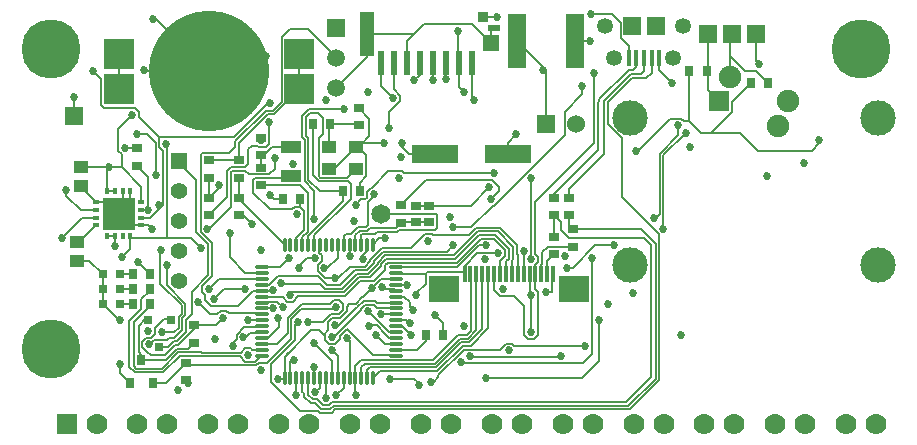
<source format=gbl>
G04*
G04 #@! TF.GenerationSoftware,Altium Limited,CircuitStudio,1.5.2 (1.5.2.30)*
G04*
G04 Layer_Physical_Order=4*
G04 Layer_Color=12500520*
%FSAX24Y24*%
%MOIN*%
G70*
G01*
G75*
%ADD10R,0.0709X0.0394*%
%ADD17R,0.0299X0.0299*%
%ADD19R,0.0315X0.0354*%
%ADD37R,0.0354X0.0315*%
%ADD38R,0.0591X0.0591*%
%ADD39R,0.0315X0.0354*%
%ADD40R,0.0512X0.0394*%
%ADD41R,0.0276X0.0354*%
%ADD42R,0.0354X0.0276*%
%ADD45C,0.0060*%
%ADD46C,0.0080*%
%ADD47C,0.0530*%
%ADD48C,0.0700*%
%ADD49R,0.0700X0.0700*%
%ADD50C,0.0550*%
%ADD51R,0.0550X0.0550*%
%ADD52C,0.1181*%
%ADD53R,0.0650X0.0650*%
%ADD54C,0.0750*%
%ADD55C,0.1969*%
%ADD56C,0.0591*%
%ADD57C,0.0600*%
%ADD58R,0.0600X0.0600*%
%ADD59C,0.0650*%
%ADD60C,0.0270*%
%ADD61R,0.0512X0.0413*%
%ADD62R,0.0157X0.0532*%
%ADD63R,0.0591X0.0610*%
%ADD64O,0.0118X0.0512*%
%ADD65O,0.0512X0.0118*%
%ADD66R,0.1043X0.0906*%
%ADD67R,0.0118X0.0551*%
%ADD68R,0.0591X0.1811*%
%ADD69R,0.0315X0.0315*%
%ADD70R,0.1575X0.0630*%
%ADD71C,0.4016*%
%ADD72R,0.0984X0.0984*%
%ADD73R,0.1063X0.1063*%
%ADD74R,0.0236X0.0118*%
%ADD75R,0.0118X0.0236*%
%ADD76R,0.0374X0.0335*%
%ADD77R,0.0394X0.0236*%
%ADD78R,0.0571X0.0551*%
%ADD79R,0.0472X0.1492*%
%ADD80R,0.0236X0.0787*%
D10*
X019500Y019258D02*
D03*
Y020242D02*
D03*
D17*
X015100Y013548D02*
D03*
X014726Y014450D02*
D03*
X015474D02*
D03*
D19*
X014500Y013144D02*
D03*
X014126Y012356D02*
D03*
X014874D02*
D03*
D37*
X021750Y021526D02*
D03*
Y020974D02*
D03*
X018500Y020526D02*
D03*
Y019974D02*
D03*
X023650Y018276D02*
D03*
Y017724D02*
D03*
X024100Y018276D02*
D03*
Y017724D02*
D03*
D38*
X035000Y024000D02*
D03*
X012250Y021250D02*
D03*
X034200Y024000D02*
D03*
X033400D02*
D03*
X021000Y024200D02*
D03*
D39*
X021776Y018750D02*
D03*
X021224D02*
D03*
X024554Y013964D02*
D03*
X024003D02*
D03*
X019224Y018500D02*
D03*
X019776D02*
D03*
D40*
X012500Y019565D02*
D03*
Y018935D02*
D03*
X012350Y017065D02*
D03*
Y016435D02*
D03*
D41*
X035395Y022350D02*
D03*
X034805Y022350D02*
D03*
X033345Y022750D02*
D03*
X032755D02*
D03*
X014795Y016000D02*
D03*
X014205D02*
D03*
X014795Y015500D02*
D03*
X014205D02*
D03*
X014795Y015000D02*
D03*
X014205D02*
D03*
X020795Y021000D02*
D03*
X020205D02*
D03*
D42*
X014350Y020195D02*
D03*
Y019605D02*
D03*
X023150Y018295D02*
D03*
Y017705D02*
D03*
X016750Y018545D02*
D03*
Y017955D02*
D03*
X017750Y018545D02*
D03*
Y017955D02*
D03*
X016750Y019795D02*
D03*
Y019205D02*
D03*
X017750Y019795D02*
D03*
Y019205D02*
D03*
X016250Y014295D02*
D03*
Y013705D02*
D03*
X016000Y013045D02*
D03*
Y012455D02*
D03*
X028250Y018545D02*
D03*
Y017955D02*
D03*
X028250Y016647D02*
D03*
Y017238D02*
D03*
X028750Y018545D02*
D03*
Y017955D02*
D03*
X028900Y016905D02*
D03*
Y017495D02*
D03*
X018500Y018955D02*
D03*
Y019545D02*
D03*
D45*
X013955Y020195D02*
X014350D01*
X013730Y020830D02*
X014200Y021300D01*
X013730Y020102D02*
Y020830D01*
Y020102D02*
X013850Y019982D01*
Y019550D02*
Y019982D01*
X014728Y018128D02*
Y019227D01*
X014350Y019605D02*
X014728Y019227D01*
X014350Y020650D02*
X014700D01*
X014980Y020370D01*
Y019320D02*
Y020370D01*
Y019320D02*
X015000Y019300D01*
X031900Y017500D02*
Y019950D01*
X031760Y012460D02*
Y017322D01*
X030506Y018576D02*
X031760Y017322D01*
X031600Y017850D02*
X031620Y017830D01*
X018500Y018955D02*
X019795D01*
X018301Y019197D02*
X019440D01*
X018950Y019500D02*
Y019850D01*
X018767Y019317D02*
X018950Y019500D01*
X018079Y019317D02*
X018767D01*
X019795Y018955D02*
X020045Y018705D01*
X019440Y019197D02*
X019500Y019258D01*
X018782Y018150D02*
X019532D01*
X019607Y018225D01*
X019756D01*
X024026Y016051D02*
X025274D01*
X023021Y017406D02*
X023090Y017475D01*
X023527D02*
X023552Y017450D01*
X023090Y017475D02*
X023527D01*
X023552Y017450D02*
X024288D01*
X022725Y017406D02*
X023021D01*
X022725D02*
Y017406D01*
X022721Y017409D02*
X022725Y017406D01*
X022364Y017409D02*
X022721D01*
X022567Y016735D02*
X024685D01*
X022436Y017184D02*
X022628D01*
X022275Y017320D02*
X022364Y017409D01*
X022845Y017526D02*
X022971D01*
X022841Y017529D02*
X022845Y017526D01*
X022117Y017529D02*
X022841D01*
X022629Y016288D02*
X022716Y016375D01*
X021983Y017565D02*
X022063Y017646D01*
X021733Y017565D02*
X021983D01*
X021489Y017320D02*
X021733Y017565D01*
X022135Y016473D02*
X022517Y016855D01*
X022135Y016416D02*
Y016473D01*
X021958Y016240D02*
X022135Y016416D01*
X022255Y016423D02*
X022567Y016735D01*
X022255Y016367D02*
Y016423D01*
X022008Y016120D02*
X022255Y016367D01*
X022495Y016324D02*
X022666Y016495D01*
X022629Y016142D02*
Y016288D01*
X022246Y015760D02*
X022629Y016142D01*
X022524Y015549D02*
X022524D01*
X020080Y021500D02*
X021250D01*
X019857Y021277D02*
X020080Y021500D01*
X019857Y020564D02*
Y021277D01*
Y020564D02*
X019944Y020476D01*
Y019086D02*
Y020476D01*
Y019086D02*
X020270Y018760D01*
Y017837D02*
Y018760D01*
X020064Y019136D02*
Y020526D01*
Y019136D02*
X020450Y018750D01*
X019977Y020613D02*
X020064Y020526D01*
X019925Y017457D02*
Y018096D01*
X019776Y018245D02*
X019925Y018096D01*
X020045Y017407D02*
Y018705D01*
X019864Y017227D02*
X020045Y017407D01*
X019668Y017200D02*
X019925Y017457D01*
X020205Y019286D02*
Y021000D01*
Y019286D02*
X020407Y019083D01*
X021375D01*
X020457Y019203D02*
X021359D01*
X020404Y019256D02*
X020457Y019203D01*
X020450Y018750D02*
X021224D01*
X021308Y017320D02*
X021489D01*
X021242Y017255D02*
X021308Y017320D01*
X021795Y017445D02*
X022032D01*
X021636Y017286D02*
X021795Y017445D01*
X021636Y016974D02*
Y017286D01*
X021840Y017320D02*
X022275D01*
X021833Y017313D02*
X021840Y017320D01*
X021833Y016974D02*
Y017313D01*
X022063Y017646D02*
Y018406D01*
X017250Y015500D02*
X017950D01*
X017409Y014680D02*
X018497D01*
X018055Y014455D02*
X018526D01*
X017900Y013885D02*
X017985D01*
X017551Y013597D02*
Y013701D01*
X017083Y015833D02*
X018526D01*
X017970Y016030D02*
X018526D01*
X017450Y016550D02*
X017970Y016030D01*
X019057Y015925D02*
X020387D01*
X019150Y015700D02*
X019175Y015675D01*
X018889Y015439D02*
X018900Y015450D01*
X019668Y016975D02*
Y017200D01*
X021375Y019083D02*
X021472Y018986D01*
Y018495D02*
Y018986D01*
X022001Y019256D02*
Y019955D01*
X021776Y019030D02*
X022001Y019256D01*
X022250Y018593D02*
Y018650D01*
X022175Y018875D02*
X022725Y019425D01*
X022157Y018875D02*
X022175D01*
X022023Y018741D02*
X022157Y018875D01*
X022023Y018536D02*
Y018741D01*
X022063Y018406D02*
X022250Y018593D01*
X021650Y018300D02*
X021833Y018483D01*
X021970D01*
X022023Y018536D01*
X018779Y018643D02*
X018868D01*
X018779D02*
X018923Y018500D01*
X021900Y016634D02*
X022050Y016784D01*
X021900Y016500D02*
Y016634D01*
X022050Y016784D02*
Y016954D01*
X021625Y016120D02*
X022008D01*
X021440Y016240D02*
X021958D01*
X021787Y015760D02*
X022246D01*
X022191Y015535D02*
X022194D01*
X022500Y014650D02*
Y014700D01*
Y014650D02*
X022973D01*
X022050Y014750D02*
X022739Y014061D01*
X022350Y014280D02*
X022629Y014002D01*
X022170Y014280D02*
X022350D01*
X022100Y014250D02*
X022150Y014300D01*
X022982Y015628D02*
X023342D01*
X023654Y015304D02*
Y015354D01*
X023450Y014900D02*
X023550Y014800D01*
X021050Y015850D02*
X021440Y016240D01*
X021450Y016600D02*
Y016963D01*
X024285Y014635D02*
X024554Y014366D01*
X023450Y014900D02*
Y015050D01*
X023258Y015242D02*
X023450Y015050D01*
X022325Y013975D02*
X022633Y013667D01*
X023409Y014350D02*
X023450D01*
X023200Y014258D02*
X023500Y013958D01*
X021825Y014813D02*
Y014843D01*
X020912Y013900D02*
X021825Y014813D01*
X022150Y014300D02*
X022170Y014280D01*
X022343Y015045D02*
X022974D01*
X022293Y015095D02*
X022343Y015045D01*
X021907Y015095D02*
X022293D01*
X022243Y014975D02*
X022343Y014875D01*
X021957Y014975D02*
X022243D01*
X021242Y016974D02*
Y017255D01*
X022032Y017445D02*
X022117Y017529D01*
X019864Y016974D02*
Y017227D01*
X019450Y015300D02*
Y015330D01*
X019216Y014884D02*
X019230D01*
X020024Y016523D02*
X020283D01*
X019750Y016200D02*
Y016250D01*
X020425Y016699D02*
Y016945D01*
Y016699D02*
X020508Y016617D01*
Y016430D02*
Y016617D01*
X020375Y016298D02*
X020508Y016430D01*
X020632Y015850D02*
X020950D01*
X021050D01*
X021093Y015125D02*
X021225Y014993D01*
X020907Y015125D02*
X021093D01*
X020787Y015005D02*
X020907Y015125D01*
X021000Y014850D02*
Y014900D01*
X021125Y013943D02*
X021357Y014175D01*
X021125Y013837D02*
Y013943D01*
X020837Y014675D02*
X021093D01*
X021225Y014807D01*
X021113Y014525D02*
X021345Y014757D01*
X020857Y014525D02*
X021113D01*
X020725Y014393D02*
X020857Y014525D01*
X021050Y014250D02*
X021685Y014885D01*
X021871Y015215D02*
X022191Y015535D01*
X021857Y015215D02*
X021871D01*
X013850Y016550D02*
X014134Y016834D01*
Y017252D01*
X015225Y018307D02*
Y020107D01*
X014790Y017872D02*
X015225Y018307D01*
X015093D02*
X015225D01*
X015350Y017200D02*
Y020300D01*
X016915Y015165D02*
X017250Y015500D01*
X016750Y015500D02*
X017083Y015833D01*
X021000Y022200D02*
X022032Y023231D01*
Y023998D01*
X018500Y020457D02*
Y020526D01*
X018668Y020232D02*
X018767Y020331D01*
X018407Y020232D02*
X018668D01*
X018360Y020278D02*
X018407Y020232D01*
X018178Y020278D02*
X018360D01*
X018767Y020331D02*
Y020758D01*
X018750Y020775D02*
X018767Y020758D01*
X018848Y020242D02*
X019500D01*
X018580Y019974D02*
X018848Y020242D01*
X018500Y019974D02*
X018580D01*
X017750Y020368D02*
X018707Y021325D01*
X017630Y020418D02*
X018657Y021445D01*
X017592Y020550D02*
X018730Y021688D01*
X018707Y021325D02*
X018928D01*
X018657Y021445D02*
X018879D01*
X018730Y021688D02*
X018803D01*
X018750Y020775D02*
Y021050D01*
X023980Y019125D02*
X026200D01*
X026425Y018900D01*
Y018775D02*
Y018900D01*
X026150Y018500D02*
X026425Y018775D01*
X023150Y018295D02*
X023980Y019125D01*
X025045Y023059D02*
X025083Y023022D01*
X025045Y023059D02*
Y024095D01*
X025536Y024320D02*
X026156Y023701D01*
X023350Y023748D02*
X023922Y024320D01*
X025536D01*
X024554Y013964D02*
Y014366D01*
X025072Y013955D02*
X025092Y013975D01*
X025058Y013955D02*
X025072D01*
X023974Y013936D02*
X024003Y013964D01*
X023974Y013750D02*
Y013936D01*
X025450Y013250D02*
X025475Y013225D01*
X025175Y013025D02*
X029225D01*
X025150Y013050D02*
X025175Y013025D01*
X025472Y013595D02*
X026061Y014184D01*
X025207Y013595D02*
X025472D01*
X025423Y013715D02*
X025864Y014157D01*
X025157Y013715D02*
X025423D01*
X025373Y013835D02*
X025667Y014129D01*
X025108Y013835D02*
X025373D01*
X025343Y013975D02*
X025475Y014107D01*
X025092Y013975D02*
X025343D01*
X025667Y014129D02*
Y016000D01*
X025864Y014157D02*
Y016000D01*
X026061Y014184D02*
Y016000D01*
X025475Y014107D02*
Y015995D01*
X025470Y016000D02*
X025475Y015995D01*
X019531Y013122D02*
X019574D01*
X019500Y013091D02*
X019531Y013122D01*
X021359Y019203D02*
X021656Y019500D01*
X018923Y018500D02*
X019224D01*
X013366Y018384D02*
X013750Y018000D01*
X013002Y018384D02*
X013366D01*
X019756Y018225D02*
X019776Y018245D01*
X018233Y018699D02*
X018782Y018150D01*
X017750Y018498D02*
X019274Y016974D01*
X017895Y017955D02*
X018200Y017650D01*
X017750Y017955D02*
X017895D01*
X018233Y018699D02*
Y019130D01*
X019750Y016250D02*
X020024Y016523D01*
X021697Y014885D02*
X021907Y015095D01*
X021685Y014885D02*
X021697D01*
X021437Y015005D02*
X021647D01*
X021857Y015215D01*
X021825Y014843D02*
X021957Y014975D01*
X022343Y014875D02*
X022948D01*
X021045Y016545D02*
Y016974D01*
X020700Y016200D02*
X021045Y016545D01*
X020561Y014399D02*
X020837Y014675D01*
X022725Y019425D02*
X023193D01*
X023268Y019350D02*
X026250D01*
X023193Y019425D02*
X023268Y019350D01*
X022974Y015242D02*
X023258D01*
X026293Y017295D02*
X026745Y016843D01*
X025756Y017295D02*
X026293D01*
X025656Y017535D02*
X026442D01*
X026897Y016901D02*
X026902Y016906D01*
X026902D02*
X026902D01*
X026745Y016507D02*
Y016843D01*
X026652Y016414D02*
X026745Y016507D01*
X026652Y016000D02*
Y016414D01*
X026455Y016000D02*
Y016437D01*
X026625Y016607D01*
Y016793D01*
X026375Y016725D02*
X026400Y016700D01*
X026897Y016490D02*
Y016901D01*
X027242Y016000D02*
Y016758D01*
X025475Y013225D02*
X028475D01*
X028500Y013250D01*
X026918Y013600D02*
X029300D01*
X026843Y013675D02*
X026918Y013600D01*
X025274Y016274D02*
X025700Y016700D01*
X025274Y016051D02*
Y016274D01*
X024100Y018276D02*
X025476D01*
X024218Y017300D02*
X025421D01*
X024900Y017550D02*
X025500D01*
X025421Y017300D02*
X025656Y017535D01*
X014795Y016000D02*
Y016005D01*
X014400Y016400D02*
X014795Y016005D01*
X014498Y017616D02*
X014734D01*
X014866Y017484D01*
X026442Y017535D02*
X027022Y016955D01*
X022800Y012500D02*
X023600D01*
X022739Y014061D02*
X022974D01*
X022629Y013999D02*
Y014002D01*
X022232Y013300D02*
X022948D01*
X021357Y014175D02*
X022232Y013300D01*
X020650Y011850D02*
Y012524D01*
X020300Y012050D02*
Y012160D01*
X022525Y014675D02*
X022548Y014652D01*
X021345Y014757D02*
Y014913D01*
X021225Y014807D02*
Y014993D01*
X020963Y013675D02*
X021125Y013837D01*
X020757Y013675D02*
X020963D01*
X020850Y013900D02*
X020912D01*
X020725Y014125D02*
Y014393D01*
X020575Y013975D02*
X020725Y014125D01*
X020051Y014399D02*
X020561D01*
X019050Y014533D02*
X019100Y014483D01*
X019496Y014492D02*
X019822Y014818D01*
X019496Y013836D02*
Y014492D01*
X020250Y013700D02*
X020848Y013102D01*
X021345Y014913D02*
X021437Y015005D01*
X020850Y013450D02*
X021045Y013255D01*
X019855Y015005D02*
X020787D01*
X022513Y015487D02*
X022927D01*
X022513D02*
X022550Y015524D01*
X019050Y012500D02*
X019248D01*
X018526Y013667D02*
X019017D01*
X019376Y014026D01*
X019772Y014938D02*
X019788D01*
X019874Y014818D02*
X020968D01*
X019874D02*
X020500D01*
X019788Y014938D02*
X019855Y015005D01*
X020375Y016107D02*
X020632Y015850D01*
X020375Y016107D02*
Y016298D01*
X018685Y013025D02*
X019496Y013836D01*
X019822Y014818D02*
X019874D01*
X020253Y012582D02*
Y012890D01*
X020227Y012556D02*
X020253Y012582D01*
X020157Y014125D02*
X020425D01*
X021850Y020350D02*
X022589D01*
X022750Y020850D02*
Y021382D01*
X023200Y020220D02*
X023420Y020000D01*
X024280D01*
X023200Y020220D02*
Y020350D01*
X025516Y021884D02*
X025600Y021800D01*
X025516Y021884D02*
Y023022D01*
X025083Y022217D02*
Y023022D01*
Y022217D02*
X025250Y022050D01*
X019100Y014228D02*
Y014483D01*
X016000Y013045D02*
X016090Y012955D01*
X016995Y014295D02*
X017235Y014535D01*
X016250Y014295D02*
X016995D01*
X015983Y014470D02*
X016175Y014663D01*
X015350Y015620D02*
X015970Y015000D01*
Y014627D02*
Y015000D01*
X015863Y014520D02*
X015970Y014627D01*
X015125Y015675D02*
X015850Y014950D01*
Y014677D02*
Y014950D01*
X015743Y014570D02*
X015850Y014677D01*
X015350Y015620D02*
Y016282D01*
X016525Y015407D02*
X016625Y015307D01*
X016525Y015407D02*
Y015593D01*
X016850Y015918D01*
X016625Y015137D02*
X016822Y014940D01*
X016625Y015137D02*
Y015307D01*
X017328Y014760D02*
X017409Y014680D01*
X017142Y014760D02*
X017328D01*
X024367Y017530D02*
Y017967D01*
X024288Y017450D02*
X024367Y017530D01*
X024193Y017325D02*
X024218Y017300D01*
X023957Y017325D02*
X024193D01*
X025500Y017550D02*
X026225Y018275D01*
X022971Y017526D02*
X023150Y017705D01*
X020227Y012556D02*
X020258Y012526D01*
X020425Y014125D02*
X020575Y013975D01*
X020848Y012526D02*
Y013102D01*
X023500Y013950D02*
Y013958D01*
X019491Y013100D02*
X019500Y013091D01*
X017675Y013825D02*
Y013978D01*
X016400Y015050D02*
X016798Y014652D01*
X017033D01*
X017142Y014760D01*
X018497Y014680D02*
X018526Y014652D01*
X017551Y013701D02*
X017675Y013825D01*
X024217Y022467D02*
Y023022D01*
X023783Y022640D02*
Y023022D01*
X023600Y022457D02*
X023783Y022640D01*
X017985Y013885D02*
X018130Y014030D01*
X018495D01*
X018526Y014061D01*
X020064Y024150D02*
X021000Y023214D01*
Y023200D02*
Y023214D01*
X021045Y012526D02*
Y013255D01*
X023654Y015354D02*
X023973Y015673D01*
X021775Y020275D02*
X021850Y020350D01*
X022750Y021382D02*
X023125Y021757D01*
Y021943D01*
X022917Y022151D02*
X023125Y021943D01*
X022917Y022151D02*
Y023022D01*
X022484Y022266D02*
Y023022D01*
Y022266D02*
X022900Y021850D01*
X019650Y011950D02*
Y012443D01*
X020650Y012524D02*
X020652Y012526D01*
X015303Y013300D02*
X015636Y013633D01*
X014806Y013300D02*
X015303D01*
X015317Y013144D02*
X015686Y013513D01*
X014500Y013144D02*
X015317D01*
X015334Y012356D02*
X016000Y013022D01*
X014874Y012356D02*
X015334D01*
X014405Y014279D02*
X014626Y014500D01*
X014695Y013411D02*
X014806Y013300D01*
X014525Y013557D02*
X014671Y013411D01*
X014695D01*
X014525Y013557D02*
Y013743D01*
X014657Y013875D01*
X014813D01*
X014950Y014012D01*
X014860Y013735D02*
X014913Y013788D01*
X015338D01*
X015423Y013873D01*
X015593D01*
X015100Y013548D02*
X015382D01*
X015237Y012725D02*
X015786Y013273D01*
X015382Y013548D02*
X015587Y013753D01*
X015673D01*
X015983Y014063D01*
X015593Y013873D02*
X015785Y014065D01*
X015600Y014050D02*
X015743Y014193D01*
X015200Y014050D02*
X015600D01*
X015686Y013513D02*
X016058D01*
X015785Y014065D02*
X015785D01*
X015722Y013633D02*
X016250Y014161D01*
X016058Y013513D02*
X016250Y013705D01*
X015636Y013633D02*
X015722D01*
X015785Y014065D02*
Y014065D01*
X015863Y014143D01*
Y014520D01*
X016250Y014161D02*
Y014295D01*
X015983Y014063D02*
Y014470D01*
X015743Y014193D02*
Y014570D01*
X015125Y015675D02*
Y016775D01*
X015150Y016800D01*
X014498Y017872D02*
X014790D01*
X016475Y017407D02*
Y019963D01*
X015750Y019700D02*
Y019750D01*
Y019700D02*
X016328Y019122D01*
Y017384D02*
Y019122D01*
Y017384D02*
X016730Y016982D01*
X014503Y014835D02*
Y015150D01*
X013755Y014450D02*
X013800D01*
X013205Y015000D02*
X013755Y014450D01*
X014950Y014012D02*
Y014200D01*
X015250Y014500D01*
X021750Y021526D02*
X022100Y021176D01*
Y020600D02*
Y021176D01*
X022633Y013667D02*
X022974D01*
X022226Y012526D02*
X022451Y012750D01*
X022030Y012791D02*
X022123Y012885D01*
X019470Y013080D02*
X019491Y013100D01*
X014950Y019300D02*
X015000D01*
X015100Y020232D02*
Y020550D01*
X015100Y020550D01*
X015100Y020232D02*
X015225Y020107D01*
X014425Y021225D02*
X015100Y020550D01*
X013261Y021525D02*
X014293D01*
X014425Y021393D01*
X015325Y020325D02*
X015350Y020300D01*
X018500Y019545D02*
X018500Y019545D01*
X018500Y019545D02*
Y019974D01*
X018050Y020150D02*
X018178Y020278D01*
X018050Y019653D02*
Y020150D01*
X017964Y019567D02*
X018050Y019653D01*
X017750Y019795D02*
Y020368D01*
X017630Y020230D02*
Y020418D01*
X015100Y020550D02*
X017592D01*
X021728Y020228D02*
X022001Y019955D01*
X015350Y017200D02*
X016150D01*
X014186D02*
X015350D01*
X014134Y017252D02*
X014186Y017200D01*
X016150D02*
X016500Y016850D01*
X016730Y015968D02*
Y016982D01*
X016475Y017407D02*
X016850Y017032D01*
Y015918D02*
Y017032D01*
X016475Y019963D02*
X016536Y020023D01*
X016750Y017955D02*
X017363Y018568D01*
X016700Y017500D02*
X016738D01*
X017483Y018245D01*
Y019380D01*
X017536Y019433D01*
X017964D01*
X017501Y019567D02*
X017964D01*
X017363Y019430D02*
X017501Y019567D01*
X017363Y018568D02*
Y019430D01*
X017100Y018950D02*
X017105Y018945D01*
Y018900D02*
Y018945D01*
X016750Y019795D02*
X017750D01*
X017964Y019433D02*
X018079Y019317D01*
X018233Y019130D02*
X018301Y019197D01*
X021775Y020275D02*
X022100Y020600D01*
X021702Y020275D02*
X021775D01*
X021656Y020228D02*
X021702Y020275D01*
X017423Y020023D02*
X017630Y020230D01*
X016536Y020023D02*
X017423D01*
X014425Y021225D02*
Y021393D01*
X013156Y021630D02*
X013261Y021525D01*
X013156Y021630D02*
Y022494D01*
X012900Y022750D02*
X013156Y022494D01*
X019762Y022159D02*
Y023341D01*
X013738Y022159D02*
Y023341D01*
X027500Y014050D02*
Y015300D01*
X028000Y015400D02*
X028200D01*
X027439Y015361D02*
X027500Y015300D01*
X029636Y016950D02*
X030250D01*
X030506Y018576D02*
Y020532D01*
X031780Y020000D02*
X032400Y020620D01*
Y020950D01*
X031050Y020100D02*
X032125Y021175D01*
X032493D01*
X032573Y021095D01*
X032755D01*
X028886Y016200D02*
X029636Y016950D01*
X031153Y017495D02*
X031600Y017048D01*
Y017048D02*
Y017048D01*
Y017048D02*
X031640Y017008D01*
Y012510D02*
Y017008D01*
X031250Y017200D02*
X031500Y016950D01*
Y012568D02*
Y016950D01*
X030662Y011730D02*
X031500Y012568D01*
X031900Y019950D02*
X032650Y020700D01*
X019650Y012443D02*
X019700Y012493D01*
X028610Y020642D02*
Y021390D01*
X026243Y018275D02*
X028610Y020642D01*
X026225Y018275D02*
X026243D01*
X026720Y020000D02*
Y020370D01*
X027000Y020650D01*
X025476Y018276D02*
X026100Y018900D01*
X023650Y018276D02*
X024100D01*
X021776Y018750D02*
Y019030D01*
X016750Y018545D02*
X017105Y018900D01*
X019609Y022159D02*
X019762D01*
X014612Y022750D02*
X016750D01*
X014581Y022781D02*
X014612Y022750D01*
X020795Y021000D02*
X021724D01*
X020750Y020228D02*
Y020955D01*
X034450Y020700D02*
X035050Y020100D01*
X033498Y020700D02*
X034450D01*
X027035Y023750D02*
X027943Y022843D01*
X028000Y021000D02*
Y022785D01*
X027885D02*
X028000D01*
X031000Y020100D02*
X031050D01*
X034185Y021731D02*
X034805Y022350D01*
X034185Y021388D02*
Y021731D01*
X033498Y020700D02*
X034185Y021388D01*
X033150Y020700D02*
X033498D01*
X032755Y021095D02*
X033150Y020700D01*
X032755Y021095D02*
Y022750D01*
X030050Y020988D02*
Y021731D01*
Y020988D02*
X030506Y020532D01*
X030050Y021731D02*
X030850Y022531D01*
X034109Y023250D02*
Y023909D01*
Y022561D02*
Y023250D01*
X034609Y022750D01*
X034995D01*
X035395Y022350D01*
X021439Y016974D02*
X021450Y016963D01*
X014503Y015150D02*
X014795Y015442D01*
Y014946D02*
Y015000D01*
Y015442D02*
Y015500D01*
X016000Y013022D02*
Y013045D01*
X015250Y014500D02*
X015374D01*
X020968Y014818D02*
X021000Y014850D01*
X022948Y014875D02*
X022974Y014848D01*
X022973Y014650D02*
X022974Y014652D01*
X022548D02*
X022974D01*
X022524Y015549D02*
X022550Y015524D01*
X022927Y015487D02*
X022974Y015439D01*
X023305Y014455D02*
X023409Y014350D01*
X022974Y014455D02*
X023305D01*
X022974Y014258D02*
X023200D01*
X024150Y012400D02*
X024250D01*
X023750Y012300D02*
Y012350D01*
X023600Y012500D02*
X023750Y012350D01*
X022974Y015636D02*
X022982Y015628D01*
X023973Y015998D02*
X023982Y016007D01*
X023973Y015673D02*
Y015998D01*
X022997Y016007D02*
X023982D01*
X024026Y016051D01*
X022974Y013470D02*
X023695D01*
X029525Y013325D02*
Y014543D01*
X029225Y013025D02*
X029525Y013325D01*
Y014543D02*
X029527Y014545D01*
X029750Y013100D02*
Y014450D01*
X029182Y012532D02*
X029750Y013100D01*
X025982Y012532D02*
X029182D01*
X021748Y011730D02*
X030662D01*
X028900Y017495D02*
X031153D01*
X035000Y023100D02*
X035100Y023000D01*
X035000Y023100D02*
Y024000D01*
X034109Y023909D02*
X034200Y024000D01*
X033400Y022120D02*
X033770Y021750D01*
X033400Y022120D02*
Y024000D01*
X032793Y020243D02*
X032800Y020250D01*
X031762Y022788D02*
X032200Y022350D01*
X031762Y022788D02*
Y023187D01*
X029200Y021980D02*
Y022250D01*
X028610Y021390D02*
X029200Y021980D01*
X025274Y016000D02*
Y016051D01*
X022974Y016030D02*
X022997Y016007D01*
X022030Y016974D02*
X022050Y016954D01*
X018526Y015439D02*
X018889D01*
X022226Y016974D02*
X022436Y017184D01*
X022948Y013300D02*
X022974Y013274D01*
X022500Y018000D02*
X024334D01*
X024367Y017967D01*
X023150Y017705D02*
X023170Y017724D01*
X023650D02*
X024100D01*
X023170D02*
X023650D01*
X022030Y012526D02*
Y012791D01*
X022032Y023998D02*
X023600D01*
X023350Y023022D02*
Y023748D01*
X026156Y024104D02*
X026244Y024193D01*
X026156Y023701D02*
Y024104D01*
X025880Y024577D02*
X025907Y024550D01*
X026350D01*
X014900Y024500D02*
X015000D01*
X016750Y022750D01*
X017450Y016550D02*
Y017350D01*
X016750Y018545D02*
Y019205D01*
X020927Y019500D02*
X021656Y020228D01*
X020750Y019500D02*
X020927D01*
X020425Y016945D02*
X020455Y016974D01*
X023695Y013470D02*
X023974Y013750D01*
X019667Y012526D02*
X019700Y012493D01*
X012250Y021250D02*
Y021900D01*
X017750Y018545D02*
Y019205D01*
X019667Y016974D02*
X019668Y016975D01*
X021724Y021000D02*
X021750Y020974D01*
X019776Y018245D02*
Y018500D01*
X013622Y016922D02*
Y017252D01*
X013366D02*
X013622D01*
X014498Y018384D02*
Y018902D01*
X013850Y019550D02*
X014498Y018902D01*
X013450Y019550D02*
X013850D01*
X013435Y019565D02*
X013450Y019550D01*
X013366Y018748D02*
X013622D01*
X013366D02*
Y019496D01*
X012500Y019565D02*
X013435D01*
X014134Y018384D02*
Y018748D01*
X013878Y018128D02*
Y018748D01*
X013750Y018000D02*
X014134Y017616D01*
X014498D01*
X012500Y018886D02*
Y018935D01*
Y018886D02*
X013002Y018384D01*
X012472Y018128D02*
X013002D01*
X012522Y017872D02*
X013002D01*
X012500Y017114D02*
X013002Y017616D01*
X012500Y017065D02*
Y017114D01*
X012770Y016435D02*
X013205Y016000D01*
X012500Y016435D02*
X012770D01*
X013205Y015000D02*
Y015500D01*
Y016000D01*
X013795Y015000D02*
X014205D01*
X013795Y015500D02*
X014205D01*
X013795Y016000D02*
X014205D01*
X019470Y012526D02*
Y013080D01*
X029527Y014545D02*
Y016523D01*
X028965Y023750D02*
X029450D01*
X030738Y023187D02*
Y023588D01*
X030471Y023855D02*
X030738Y023588D01*
X030471Y023855D02*
Y024379D01*
X030200Y024650D02*
X030471Y024379D01*
X029471Y024650D02*
X030200D01*
X028200Y015400D02*
Y015974D01*
X028226Y016000D01*
X027439Y015361D02*
Y016000D01*
X027500Y016481D02*
Y019200D01*
X021743Y011725D02*
X021748Y011730D01*
X030730Y011600D02*
X031640Y012510D01*
X019864Y012077D02*
Y012526D01*
X020061Y011971D02*
Y012526D01*
Y011971D02*
X020207Y011825D01*
X020357D01*
X020557Y011625D01*
X020743D01*
X020843Y011725D01*
X021743D01*
X019864Y012077D02*
X019921Y012020D01*
Y011913D02*
Y012020D01*
Y011913D02*
X020149Y011685D01*
X020299D01*
X020499Y011485D01*
X020801D01*
X020916Y011600D01*
X030730D01*
X030780Y011480D02*
X031000Y011700D01*
X020966Y011480D02*
X030780D01*
X020851Y011365D02*
X020966Y011480D01*
X020449Y011365D02*
X020851D01*
X020374Y011440D02*
X020449Y011365D01*
X030780Y011480D02*
X031760Y012460D01*
X018825Y012407D02*
X019792Y011440D01*
X020374D01*
X019616Y013787D02*
Y014294D01*
X018825Y012996D02*
X019616Y013787D01*
X018407Y013025D02*
X018685D01*
X018337Y012955D02*
X018407Y013025D01*
X017904Y012959D02*
X017907Y012955D01*
X017904Y012959D02*
X017904D01*
X017900Y012955D02*
X017904Y012959D01*
X017907Y012955D02*
X018337D01*
X016090D02*
X017900D01*
X017780Y013252D02*
X017957Y013075D01*
Y013525D02*
X018143D01*
X018198Y013470D01*
X018526D01*
X017804Y013372D02*
X017957Y013525D01*
X016175Y014663D02*
Y015413D01*
X016730Y015968D01*
X018207Y015439D02*
X018526D01*
X016822Y014940D02*
X017708D01*
X018207Y015439D01*
X018526Y015242D02*
X018543Y015225D01*
X019207D01*
X019357Y015075D02*
X019543D01*
X019207Y015225D02*
X019357Y015075D01*
X019616Y014294D02*
X019721Y014399D01*
X019376Y014026D02*
Y014542D01*
X019772Y014938D01*
X018898Y014848D02*
X018900Y014850D01*
X018526Y015045D02*
X018555Y015075D01*
X019025D02*
X019216Y014884D01*
X018555Y015075D02*
X019025D01*
X018526Y015636D02*
X018768D01*
X019057Y015925D01*
X020600Y016200D02*
X020700D01*
X020387Y015925D02*
X020687Y015625D01*
X019175Y015675D02*
X020467D01*
X020637Y015505D01*
X021193D01*
X022058Y016000D02*
X022375Y016317D01*
Y016374D01*
X022616Y016615D01*
X020687Y015625D02*
X021130D01*
X021625Y016120D01*
X022517Y016855D02*
X023487D01*
X023957Y017325D01*
X024685Y016735D02*
X024900Y016950D01*
X022616Y016615D02*
X024906D01*
X025300Y017009D01*
X024906Y016615D02*
X025706Y017415D01*
X022666Y016495D02*
X024956D01*
X025211Y016750D01*
X024956Y016495D02*
X025756Y017295D01*
X022716Y016375D02*
X025006D01*
X025805Y017175D01*
X025706Y017415D02*
X026393D01*
X026902Y016906D01*
X025805Y017175D02*
X026243D01*
X026625Y016793D01*
X025700Y016700D02*
X026400D01*
X025020Y016220D02*
X025750Y016950D01*
X026000D01*
X025014Y016226D02*
X025020Y016220D01*
X022974Y016226D02*
X025014D01*
X022489Y015833D02*
X022974D01*
X022191Y015535D02*
X022489Y015833D01*
X021193Y015505D02*
X021688Y016000D01*
X022058D01*
X022107Y015880D02*
X022495Y016267D01*
Y016324D01*
X021243Y015385D02*
X021738Y015880D01*
X019535Y015385D02*
X021243D01*
X021738Y015880D02*
X022107D01*
X019450Y015300D02*
X019535Y015385D01*
X021292Y015265D02*
X021787Y015760D01*
X019543Y015075D02*
X019733Y015265D01*
X021292D01*
X018526Y016226D02*
X019110D01*
X019407Y016523D01*
X020061Y016974D02*
Y017254D01*
X020258Y016974D02*
Y017281D01*
X018928Y021325D02*
X019686Y022083D01*
X019609Y022159D02*
X019686Y022083D01*
X018879Y021445D02*
X019180Y021746D01*
X019450Y024150D02*
X020064D01*
X019180Y023880D02*
X019450Y024150D01*
X019180Y021746D02*
Y023880D01*
X031331Y022531D02*
X031506Y022706D01*
X030850Y022531D02*
X031331D01*
X031506Y022706D02*
Y023187D01*
X031161Y022661D02*
X031250Y022750D01*
Y023187D01*
X030810Y022661D02*
X030900D01*
X028750Y018833D02*
X029910Y019993D01*
X030810Y022661D02*
X031161D01*
X029910Y021761D02*
X030810Y022661D01*
X029910Y019993D02*
Y021761D01*
X028750Y018545D02*
Y018833D01*
X028250Y018545D02*
Y018650D01*
X029730Y020130D01*
Y021707D01*
X029770Y021747D01*
Y021819D01*
X030752Y022801D01*
X030901D01*
X030994Y022894D01*
Y023187D01*
X035050Y020100D02*
X036850D01*
X037100Y020350D01*
Y020450D01*
X031780Y017990D02*
Y020000D01*
X031620Y017830D02*
X031780Y017990D01*
X020404Y019256D02*
Y020522D01*
X020550Y020667D01*
Y021200D01*
X020400Y021350D02*
X020550Y021200D01*
X019977Y020613D02*
Y021214D01*
X020112Y021350D02*
X020400D01*
X019977Y021214D02*
X020112Y021350D01*
X020258Y017281D02*
X021472Y018495D01*
X020061Y017254D02*
X021224Y018417D01*
Y018750D01*
X014253Y014403D02*
X014649Y014800D01*
X014253Y014403D02*
X014795Y014946D01*
X014100Y014432D02*
X014503Y014835D01*
X015188Y012845D02*
X015736Y013393D01*
X018497Y014230D02*
X018526Y014258D01*
X017675Y013978D02*
X017927Y014230D01*
X018497D01*
X018526Y013864D02*
X018736D01*
X019100Y014228D01*
X018486Y013274D02*
X018526D01*
X017957Y013075D02*
X018287D01*
X018486Y013274D01*
X016450Y013273D02*
X016471Y013252D01*
X017780D01*
X015786Y013273D02*
X016450D01*
X016500Y013393D02*
X016521Y013372D01*
X017804D01*
X015736Y013393D02*
X016500D01*
X018825Y012407D02*
Y012996D01*
X019274Y013242D02*
X019382Y013350D01*
X019274Y012526D02*
Y013242D01*
X020157Y014125D01*
X020625Y013807D02*
X020757Y013675D01*
X020625Y013807D02*
Y013925D01*
X020575Y013975D02*
X020625Y013925D01*
X020455Y012205D02*
Y012526D01*
X020300Y012050D02*
X020455Y012205D01*
X021000Y011950D02*
X021242Y012192D01*
Y012526D01*
X021439D02*
Y013761D01*
X021350Y013850D02*
X021439Y013761D01*
X021636Y012526D02*
Y012936D01*
X021825Y013125D01*
X021636Y011950D02*
Y012526D01*
X021833Y012526D02*
Y012883D01*
X021955Y013005D01*
X022764Y013864D02*
X022974D01*
X022629Y013999D02*
X022764Y013864D01*
X024228Y013125D02*
X025058Y013955D01*
X021825Y013125D02*
X024228D01*
X021955Y013005D02*
X024277D01*
X025108Y013835D01*
X022123Y012885D02*
X024327D01*
X025157Y013715D01*
X022451Y012750D02*
X024362D01*
X025207Y013595D01*
X024400Y012550D02*
Y012618D01*
X024250Y012400D02*
X024400Y012550D01*
Y012618D02*
X025257Y013475D01*
X026457D01*
X026657Y013675D01*
X026843D01*
X026848Y016000D02*
Y016441D01*
X026897Y016490D01*
X027045Y016000D02*
Y016637D01*
X027017Y016665D02*
X027045Y016637D01*
X027017Y016665D02*
Y016851D01*
X027022Y016856D01*
Y016955D01*
X027865Y016725D02*
X028044Y016905D01*
X028900D01*
X027865Y016330D02*
Y016725D01*
X027833Y016000D02*
Y016297D01*
X027865Y016330D01*
X028030Y016427D02*
X028250Y016647D01*
X028030Y016000D02*
Y016427D01*
X028700Y016200D02*
X028886D01*
X028750Y017645D02*
X028900Y017495D01*
X028750Y017645D02*
Y017955D01*
X028250D02*
X028473Y017732D01*
Y017466D02*
Y017732D01*
Y017466D02*
X028739Y017200D01*
X031250D01*
X012000Y018600D02*
X012472Y018128D01*
X012000Y018600D02*
Y018800D01*
X011850Y017200D02*
X012522Y017872D01*
X014500Y013144D02*
Y013288D01*
X014405Y013383D02*
X014500Y013288D01*
X014405Y013383D02*
Y014279D01*
X014287Y012725D02*
X015237D01*
X014337Y012845D02*
X015188D01*
X013800Y012682D02*
Y013000D01*
X014253Y012929D02*
Y014403D01*
X013800Y012682D02*
X014126Y012356D01*
X014100Y012912D02*
Y014432D01*
Y012912D02*
X014287Y012725D01*
X014253Y012929D02*
X014337Y012845D01*
D46*
X027636Y015497D02*
Y016000D01*
Y015497D02*
X027735Y015397D01*
X027636Y018387D02*
X028031Y018783D01*
X027636Y016678D02*
Y018387D01*
Y016678D02*
X027735Y016578D01*
Y016384D02*
Y016578D01*
X027636Y016284D02*
X027735Y016384D01*
X027636Y016000D02*
Y016284D01*
X028250Y017295D02*
Y017955D01*
X028033Y018783D02*
X029600Y020350D01*
X028031Y018783D02*
X028033D01*
X029600Y020350D02*
Y022700D01*
X026258Y015473D02*
Y016000D01*
X026465Y015265D02*
X026935D01*
X026258Y015473D02*
X026465Y015265D01*
X027265Y013953D02*
X027403Y013815D01*
X027597D01*
X027735Y013953D01*
Y014100D01*
Y013953D02*
Y015397D01*
X027265Y013953D02*
Y014935D01*
X026935Y015265D02*
X027265Y014935D01*
D47*
X032559Y024250D02*
D03*
X029941D02*
D03*
X032234Y023187D02*
D03*
X030266D02*
D03*
D48*
X038992Y011000D02*
D03*
X037992D02*
D03*
X036630D02*
D03*
X035630D02*
D03*
X034268D02*
D03*
X033268D02*
D03*
X031906D02*
D03*
X030906D02*
D03*
X029543D02*
D03*
X028543D02*
D03*
X027181D02*
D03*
X026181D02*
D03*
X024819D02*
D03*
X023819D02*
D03*
X022457D02*
D03*
X021457D02*
D03*
X020094D02*
D03*
X019094D02*
D03*
X017732D02*
D03*
X016732D02*
D03*
X015370D02*
D03*
X014370D02*
D03*
X013008D02*
D03*
D49*
X012008D02*
D03*
D50*
X015750Y015750D02*
D03*
Y016750D02*
D03*
Y017750D02*
D03*
Y018750D02*
D03*
D51*
Y019750D02*
D03*
D52*
X030787Y021213D02*
D03*
X039055D02*
D03*
Y016291D02*
D03*
X030787D02*
D03*
D53*
X033770Y021750D02*
D03*
D54*
X036070D02*
D03*
X035731Y020939D02*
D03*
X034109Y022561D02*
D03*
D55*
X011500Y013500D02*
D03*
Y023500D02*
D03*
X038500D02*
D03*
D56*
X021000Y023200D02*
D03*
Y022200D02*
D03*
D57*
X029000Y021000D02*
D03*
D58*
X028000D02*
D03*
D59*
X022500Y018000D02*
D03*
D60*
X013955Y020195D02*
D03*
X032495Y013950D02*
D03*
X031900Y017500D02*
D03*
X031600Y017850D02*
D03*
X018950Y019850D02*
D03*
X022628Y017184D02*
D03*
X021600Y017750D02*
D03*
X022524Y015549D02*
D03*
X020270Y017837D02*
D03*
X019700Y018000D02*
D03*
X019550Y019650D02*
D03*
X018055Y014455D02*
D03*
X017900Y013885D02*
D03*
X017551Y013597D02*
D03*
X018050Y013300D02*
D03*
X017950Y015500D02*
D03*
X019150Y015700D02*
D03*
X018900Y015450D02*
D03*
X022250Y018650D02*
D03*
X021650Y018300D02*
D03*
X018779Y018643D02*
D03*
X022194Y015535D02*
D03*
X022500Y014650D02*
D03*
X022050Y014750D02*
D03*
X022100Y014250D02*
D03*
X023342Y015628D02*
D03*
X023654Y015304D02*
D03*
X023550Y014800D02*
D03*
X021900Y016500D02*
D03*
X021450Y016600D02*
D03*
X024285Y014635D02*
D03*
X022325Y013975D02*
D03*
X023450Y014350D02*
D03*
X019450Y015300D02*
D03*
X019230Y014884D02*
D03*
X020283Y016523D02*
D03*
X019750Y016200D02*
D03*
X020950Y015850D02*
D03*
X021000Y014900D02*
D03*
X020950Y014300D02*
D03*
X021350Y013850D02*
D03*
X019407Y016523D02*
D03*
X013850Y016550D02*
D03*
X015093Y018307D02*
D03*
X014728Y018128D02*
D03*
X018650Y023250D02*
D03*
X018500Y020457D02*
D03*
X018803Y021688D02*
D03*
X018750Y021050D02*
D03*
X030050Y015000D02*
D03*
X025045Y024095D02*
D03*
X025450Y013250D02*
D03*
X025150Y013050D02*
D03*
X019574Y013122D02*
D03*
X018500Y016800D02*
D03*
X018200Y017650D02*
D03*
X023100Y019200D02*
D03*
X025950Y016500D02*
D03*
X026563Y015500D02*
D03*
X026400Y016700D02*
D03*
X027242Y016758D02*
D03*
X026750Y013450D02*
D03*
X024900Y016950D02*
D03*
X024800Y017900D02*
D03*
X024900Y017550D02*
D03*
X024050Y017100D02*
D03*
X015732Y012132D02*
D03*
X014866Y017484D02*
D03*
X022800Y012500D02*
D03*
X021650Y011950D02*
D03*
X021000D02*
D03*
X020650Y011850D02*
D03*
X020300Y012050D02*
D03*
X020850Y013900D02*
D03*
X020051Y014399D02*
D03*
X019050Y014533D02*
D03*
X020250Y013700D02*
D03*
X020850Y013450D02*
D03*
X019050Y012500D02*
D03*
X020253Y012890D02*
D03*
X018500Y012800D02*
D03*
X016965Y013835D02*
D03*
X022589Y020350D02*
D03*
X022750Y020850D02*
D03*
X023150Y019900D02*
D03*
X023200Y020350D02*
D03*
X022050Y022050D02*
D03*
X025600Y021800D02*
D03*
X025250Y022050D02*
D03*
X016750Y015500D02*
D03*
X016915Y015165D02*
D03*
X017235Y014535D02*
D03*
X023500Y013950D02*
D03*
X016400Y015050D02*
D03*
X024650Y022500D02*
D03*
X024217Y022467D02*
D03*
X023600Y022457D02*
D03*
X021250Y021500D02*
D03*
X022900Y021850D02*
D03*
X019650Y011950D02*
D03*
X014750Y013650D02*
D03*
X015200Y014050D02*
D03*
X015350Y016282D02*
D03*
X014400Y016400D02*
D03*
X013800Y014450D02*
D03*
X014725Y014105D02*
D03*
X016056Y012356D02*
D03*
X015150Y016800D02*
D03*
X015000Y019300D02*
D03*
X014350Y020650D02*
D03*
X015325Y020325D02*
D03*
X016500Y016850D02*
D03*
X016700Y017500D02*
D03*
X017100Y018950D02*
D03*
X012900Y022750D02*
D03*
X014200Y021300D02*
D03*
X027500Y014050D02*
D03*
X028000Y015400D02*
D03*
X027500Y015300D02*
D03*
X030900Y015350D02*
D03*
X030250Y016950D02*
D03*
X032400Y020950D02*
D03*
X032650Y020700D02*
D03*
X026150Y018500D02*
D03*
X027000Y020650D02*
D03*
X027500Y016481D02*
D03*
X028622Y016592D02*
D03*
X026250Y019350D02*
D03*
X026100Y018900D02*
D03*
X014581Y022781D02*
D03*
X037100Y020450D02*
D03*
X027885Y022785D02*
D03*
X031000Y020100D02*
D03*
X028500Y013250D02*
D03*
X024150Y012400D02*
D03*
X023750Y012300D02*
D03*
X029300Y013600D02*
D03*
X029750Y014450D02*
D03*
X035100Y023000D02*
D03*
X032793Y020243D02*
D03*
X032200Y022350D02*
D03*
X036595Y019700D02*
D03*
X035350Y019250D02*
D03*
X029200Y022250D02*
D03*
X026350Y024550D02*
D03*
X014900Y024500D02*
D03*
X017450Y017350D02*
D03*
X012250Y021900D02*
D03*
X013622Y016922D02*
D03*
X013435Y019565D02*
D03*
X029450Y023750D02*
D03*
X029471Y024650D02*
D03*
X029600Y022700D02*
D03*
X029527Y016523D02*
D03*
X025982Y012532D02*
D03*
X027500Y019200D02*
D03*
X028700Y016200D02*
D03*
X019721Y014399D02*
D03*
X018900Y014850D02*
D03*
X020600Y016200D02*
D03*
X020642Y021808D02*
D03*
X026000Y016950D02*
D03*
X025250Y014250D02*
D03*
X012000Y018800D02*
D03*
X011850Y017200D02*
D03*
X013800Y013000D02*
D03*
D61*
X021656Y020228D02*
D03*
Y019500D02*
D03*
X020750Y020228D02*
D03*
Y019500D02*
D03*
D62*
X030994Y023187D02*
D03*
X031250D02*
D03*
X031762D02*
D03*
X031506D02*
D03*
X030738D02*
D03*
D63*
X031644Y024250D02*
D03*
X030856D02*
D03*
D64*
X019274Y016974D02*
D03*
X019470D02*
D03*
X019667D02*
D03*
X019864D02*
D03*
X020061D02*
D03*
X020258D02*
D03*
X020455D02*
D03*
X020652D02*
D03*
X020848D02*
D03*
X021045D02*
D03*
X021242D02*
D03*
X021439D02*
D03*
X021636D02*
D03*
X021833D02*
D03*
X022030D02*
D03*
X022226D02*
D03*
Y012526D02*
D03*
X022030D02*
D03*
X021833D02*
D03*
X021636Y012526D02*
D03*
X021439D02*
D03*
X021242D02*
D03*
X021045D02*
D03*
X020848D02*
D03*
X020652Y012526D02*
D03*
X020455D02*
D03*
X020258Y012526D02*
D03*
X020061D02*
D03*
X019864D02*
D03*
X019667D02*
D03*
X019470D02*
D03*
X019274Y012526D02*
D03*
D65*
X022974Y016226D02*
D03*
X022974Y016030D02*
D03*
Y015833D02*
D03*
Y015636D02*
D03*
Y015439D02*
D03*
Y015242D02*
D03*
X022974Y015045D02*
D03*
Y014848D02*
D03*
X022974Y014652D02*
D03*
Y014455D02*
D03*
Y014258D02*
D03*
Y014061D02*
D03*
Y013864D02*
D03*
X022974Y013667D02*
D03*
Y013470D02*
D03*
Y013274D02*
D03*
X018526D02*
D03*
Y013470D02*
D03*
Y013667D02*
D03*
Y013864D02*
D03*
Y014061D02*
D03*
Y014258D02*
D03*
Y014455D02*
D03*
Y014652D02*
D03*
Y014848D02*
D03*
Y015045D02*
D03*
Y015242D02*
D03*
Y015439D02*
D03*
Y015636D02*
D03*
Y015833D02*
D03*
Y016030D02*
D03*
Y016226D02*
D03*
D66*
X024585Y015508D02*
D03*
X028915D02*
D03*
D67*
X025274Y016000D02*
D03*
X025470D02*
D03*
X025667D02*
D03*
X025864D02*
D03*
X026061D02*
D03*
X026258D02*
D03*
X026455D02*
D03*
X026652D02*
D03*
X028226D02*
D03*
X028030D02*
D03*
X027833D02*
D03*
X027636D02*
D03*
X027439D02*
D03*
X027242D02*
D03*
X027045D02*
D03*
X026848D02*
D03*
D68*
X027035Y023750D02*
D03*
X028965D02*
D03*
D69*
X013205Y015000D02*
D03*
X013795D02*
D03*
Y016000D02*
D03*
X013205D02*
D03*
X013795Y015500D02*
D03*
X013205D02*
D03*
D70*
X024280Y020000D02*
D03*
X026720D02*
D03*
D71*
X016750Y022750D02*
D03*
D72*
X013738Y022159D02*
D03*
Y023341D02*
D03*
X019762D02*
D03*
Y022159D02*
D03*
D73*
X013750Y018000D02*
D03*
D74*
X013002Y017616D02*
D03*
Y017872D02*
D03*
Y018128D02*
D03*
Y018384D02*
D03*
X014498D02*
D03*
Y018128D02*
D03*
Y017872D02*
D03*
Y017616D02*
D03*
D75*
X013366Y018748D02*
D03*
X013622D02*
D03*
X013878D02*
D03*
X014134D02*
D03*
Y017252D02*
D03*
X013878D02*
D03*
X013622D02*
D03*
X013366D02*
D03*
D76*
X025880Y024577D02*
D03*
D77*
X026244Y024193D02*
D03*
D78*
X026156Y023701D02*
D03*
D79*
X022032Y023998D02*
D03*
D80*
X025516Y023022D02*
D03*
X025083D02*
D03*
X024650D02*
D03*
X024217D02*
D03*
X022484D02*
D03*
X022917D02*
D03*
X023350D02*
D03*
X023783D02*
D03*
M02*

</source>
